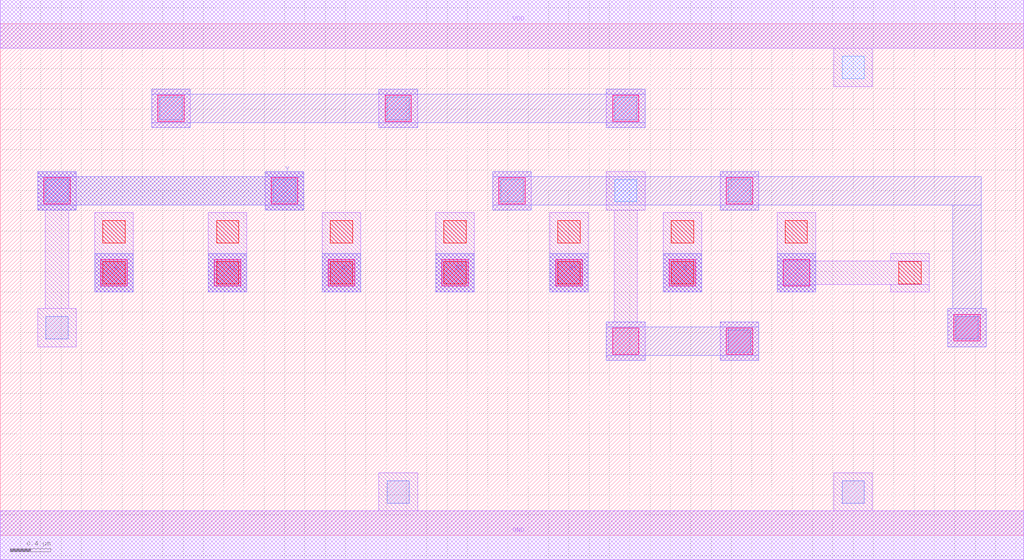
<source format=lef>
MACRO AAOI331
 CLASS CORE ;
 FOREIGN AAOI331 0 0 ;
 SIZE 10.08 BY 5.04 ;
 ORIGIN 0 0 ;
 SYMMETRY X Y R90 ;
 SITE unit ;
  PIN VDD
   DIRECTION INOUT ;
   USE POWER ;
   SHAPE ABUTMENT ;
    PORT
     CLASS CORE ;
       LAYER met1 ;
        RECT 0.00000000 4.80000000 10.08000000 5.28000000 ;
    END
  END VDD

  PIN GND
   DIRECTION INOUT ;
   USE POWER ;
   SHAPE ABUTMENT ;
    PORT
     CLASS CORE ;
       LAYER met1 ;
        RECT 0.00000000 -0.24000000 10.08000000 0.24000000 ;
    END
  END GND

  PIN Y
   DIRECTION INOUT ;
   USE SIGNAL ;
   SHAPE ABUTMENT ;
    PORT
     CLASS CORE ;
       LAYER met2 ;
        RECT 0.37000000 3.20700000 0.75000000 3.25700000 ;
        RECT 2.61000000 3.20700000 2.99000000 3.25700000 ;
        RECT 0.37000000 3.25700000 2.99000000 3.53700000 ;
        RECT 0.37000000 3.53700000 0.75000000 3.58700000 ;
        RECT 2.61000000 3.53700000 2.99000000 3.58700000 ;
    END
  END Y

  PIN B
   DIRECTION INOUT ;
   USE SIGNAL ;
   SHAPE ABUTMENT ;
    PORT
     CLASS CORE ;
       LAYER met2 ;
        RECT 6.53000000 2.39700000 6.91000000 2.77700000 ;
    END
  END B

  PIN A2
   DIRECTION INOUT ;
   USE SIGNAL ;
   SHAPE ABUTMENT ;
    PORT
     CLASS CORE ;
       LAYER met2 ;
        RECT 3.17000000 2.39700000 3.55000000 2.77700000 ;
    END
  END A2

  PIN A1
   DIRECTION INOUT ;
   USE SIGNAL ;
   SHAPE ABUTMENT ;
    PORT
     CLASS CORE ;
       LAYER met2 ;
        RECT 2.05000000 2.39700000 2.43000000 2.77700000 ;
    END
  END A1

  PIN B1
   DIRECTION INOUT ;
   USE SIGNAL ;
   SHAPE ABUTMENT ;
    PORT
     CLASS CORE ;
       LAYER met2 ;
        RECT 5.41000000 2.39700000 5.79000000 2.77700000 ;
    END
  END B1

  PIN B2
   DIRECTION INOUT ;
   USE SIGNAL ;
   SHAPE ABUTMENT ;
    PORT
     CLASS CORE ;
       LAYER met2 ;
        RECT 4.29000000 2.39700000 4.67000000 2.77700000 ;
    END
  END B2

  PIN C
   DIRECTION INOUT ;
   USE SIGNAL ;
   SHAPE ABUTMENT ;
    PORT
     CLASS CORE ;
       LAYER met2 ;
        RECT 7.65000000 2.39700000 8.03000000 2.77700000 ;
    END
  END C

  PIN A
   DIRECTION INOUT ;
   USE SIGNAL ;
   SHAPE ABUTMENT ;
    PORT
     CLASS CORE ;
       LAYER met2 ;
        RECT 0.93000000 2.39700000 1.31000000 2.77700000 ;
    END
  END A

 OBS
    LAYER polycont ;
     RECT 1.01000000 2.47700000 1.23000000 2.69700000 ;
     RECT 2.13000000 2.47700000 2.35000000 2.69700000 ;
     RECT 3.25000000 2.47700000 3.47000000 2.69700000 ;
     RECT 4.37000000 2.47700000 4.59000000 2.69700000 ;
     RECT 5.49000000 2.47700000 5.71000000 2.69700000 ;
     RECT 6.61000000 2.47700000 6.83000000 2.69700000 ;
     RECT 8.85000000 2.47700000 9.07000000 2.69700000 ;
     RECT 1.01000000 2.88200000 1.23000000 3.10200000 ;
     RECT 2.13000000 2.88200000 2.35000000 3.10200000 ;
     RECT 3.25000000 2.88200000 3.47000000 3.10200000 ;
     RECT 4.37000000 2.88200000 4.59000000 3.10200000 ;
     RECT 5.49000000 2.88200000 5.71000000 3.10200000 ;
     RECT 6.61000000 2.88200000 6.83000000 3.10200000 ;
     RECT 7.73000000 2.88200000 7.95000000 3.10200000 ;

    LAYER pdiffc ;
     RECT 0.45000000 3.28700000 0.67000000 3.50700000 ;
     RECT 2.69000000 3.28700000 2.91000000 3.50700000 ;
     RECT 4.93000000 3.28700000 5.15000000 3.50700000 ;
     RECT 6.05000000 3.28700000 6.27000000 3.50700000 ;
     RECT 7.17000000 3.28700000 7.39000000 3.50700000 ;
     RECT 1.57000000 4.09700000 1.79000000 4.31700000 ;
     RECT 3.81000000 4.09700000 4.03000000 4.31700000 ;
     RECT 6.05000000 4.09700000 6.27000000 4.31700000 ;
     RECT 8.29000000 4.50200000 8.51000000 4.72200000 ;

    LAYER ndiffc ;
     RECT 3.81000000 0.31700000 4.03000000 0.53700000 ;
     RECT 8.29000000 0.31700000 8.51000000 0.53700000 ;
     RECT 7.17000000 1.80200000 7.39000000 2.02200000 ;
     RECT 0.45000000 1.93700000 0.67000000 2.15700000 ;
     RECT 9.41000000 1.93700000 9.63000000 2.15700000 ;

    LAYER met1 ;
     RECT 0.00000000 -0.24000000 10.08000000 0.24000000 ;
     RECT 3.73000000 0.24000000 4.11000000 0.61700000 ;
     RECT 8.21000000 0.24000000 8.59000000 0.61700000 ;
     RECT 7.09000000 1.72200000 7.47000000 2.10200000 ;
     RECT 9.33000000 1.85700000 9.71000000 2.23700000 ;
     RECT 0.93000000 2.39700000 1.31000000 3.18200000 ;
     RECT 2.05000000 2.39700000 2.43000000 3.18200000 ;
     RECT 3.17000000 2.39700000 3.55000000 3.18200000 ;
     RECT 4.29000000 2.39700000 4.67000000 3.18200000 ;
     RECT 5.41000000 2.39700000 5.79000000 3.18200000 ;
     RECT 6.53000000 2.39700000 6.91000000 3.18200000 ;
     RECT 7.65000000 2.39700000 8.03000000 2.47200000 ;
     RECT 8.77000000 2.39700000 9.15000000 2.47200000 ;
     RECT 7.65000000 2.47200000 9.15000000 2.70200000 ;
     RECT 8.77000000 2.70200000 9.15000000 2.77700000 ;
     RECT 7.65000000 2.70200000 8.03000000 3.18200000 ;
     RECT 0.37000000 1.85700000 0.75000000 2.23700000 ;
     RECT 0.44500000 2.23700000 0.67500000 3.20700000 ;
     RECT 0.37000000 3.20700000 0.75000000 3.58700000 ;
     RECT 2.61000000 3.20700000 2.99000000 3.58700000 ;
     RECT 4.85000000 3.20700000 5.23000000 3.58700000 ;
     RECT 5.97000000 1.72200000 6.35000000 2.10200000 ;
     RECT 6.04500000 2.10200000 6.27500000 3.20700000 ;
     RECT 5.97000000 3.20700000 6.35000000 3.58700000 ;
     RECT 7.09000000 3.20700000 7.47000000 3.58700000 ;
     RECT 1.49000000 4.01700000 1.87000000 4.39700000 ;
     RECT 3.73000000 4.01700000 4.11000000 4.39700000 ;
     RECT 5.97000000 4.01700000 6.35000000 4.39700000 ;
     RECT 8.21000000 4.42200000 8.59000000 4.80000000 ;
     RECT 0.00000000 4.80000000 10.08000000 5.28000000 ;

    LAYER via1 ;
     RECT 6.03000000 1.78200000 6.29000000 2.04200000 ;
     RECT 7.15000000 1.78200000 7.41000000 2.04200000 ;
     RECT 9.39000000 1.91700000 9.65000000 2.17700000 ;
     RECT 0.99000000 2.45700000 1.25000000 2.71700000 ;
     RECT 2.11000000 2.45700000 2.37000000 2.71700000 ;
     RECT 3.23000000 2.45700000 3.49000000 2.71700000 ;
     RECT 4.35000000 2.45700000 4.61000000 2.71700000 ;
     RECT 5.47000000 2.45700000 5.73000000 2.71700000 ;
     RECT 6.59000000 2.45700000 6.85000000 2.71700000 ;
     RECT 7.71000000 2.45700000 7.97000000 2.71700000 ;
     RECT 0.43000000 3.26700000 0.69000000 3.52700000 ;
     RECT 2.67000000 3.26700000 2.93000000 3.52700000 ;
     RECT 4.91000000 3.26700000 5.17000000 3.52700000 ;
     RECT 7.15000000 3.26700000 7.41000000 3.52700000 ;
     RECT 1.55000000 4.07700000 1.81000000 4.33700000 ;
     RECT 3.79000000 4.07700000 4.05000000 4.33700000 ;
     RECT 6.03000000 4.07700000 6.29000000 4.33700000 ;

    LAYER met2 ;
     RECT 5.97000000 1.72200000 6.35000000 1.77200000 ;
     RECT 7.09000000 1.72200000 7.47000000 1.77200000 ;
     RECT 5.97000000 1.77200000 7.47000000 2.05200000 ;
     RECT 5.97000000 2.05200000 6.35000000 2.10200000 ;
     RECT 7.09000000 2.05200000 7.47000000 2.10200000 ;
     RECT 0.93000000 2.39700000 1.31000000 2.77700000 ;
     RECT 2.05000000 2.39700000 2.43000000 2.77700000 ;
     RECT 3.17000000 2.39700000 3.55000000 2.77700000 ;
     RECT 4.29000000 2.39700000 4.67000000 2.77700000 ;
     RECT 5.41000000 2.39700000 5.79000000 2.77700000 ;
     RECT 6.53000000 2.39700000 6.91000000 2.77700000 ;
     RECT 7.65000000 2.39700000 8.03000000 2.77700000 ;
     RECT 0.37000000 3.20700000 0.75000000 3.25700000 ;
     RECT 2.61000000 3.20700000 2.99000000 3.25700000 ;
     RECT 0.37000000 3.25700000 2.99000000 3.53700000 ;
     RECT 0.37000000 3.53700000 0.75000000 3.58700000 ;
     RECT 2.61000000 3.53700000 2.99000000 3.58700000 ;
     RECT 9.33000000 1.85700000 9.71000000 2.23700000 ;
     RECT 4.85000000 3.20700000 5.23000000 3.25700000 ;
     RECT 7.09000000 3.20700000 7.47000000 3.25700000 ;
     RECT 9.38000000 2.23700000 9.66000000 3.25700000 ;
     RECT 4.85000000 3.25700000 9.66000000 3.53700000 ;
     RECT 4.85000000 3.53700000 5.23000000 3.58700000 ;
     RECT 7.09000000 3.53700000 7.47000000 3.58700000 ;
     RECT 1.49000000 4.01700000 1.87000000 4.06700000 ;
     RECT 3.73000000 4.01700000 4.11000000 4.06700000 ;
     RECT 5.97000000 4.01700000 6.35000000 4.06700000 ;
     RECT 1.49000000 4.06700000 6.35000000 4.34700000 ;
     RECT 1.49000000 4.34700000 1.87000000 4.39700000 ;
     RECT 3.73000000 4.34700000 4.11000000 4.39700000 ;
     RECT 5.97000000 4.34700000 6.35000000 4.39700000 ;

 END
END AAOI331

</source>
